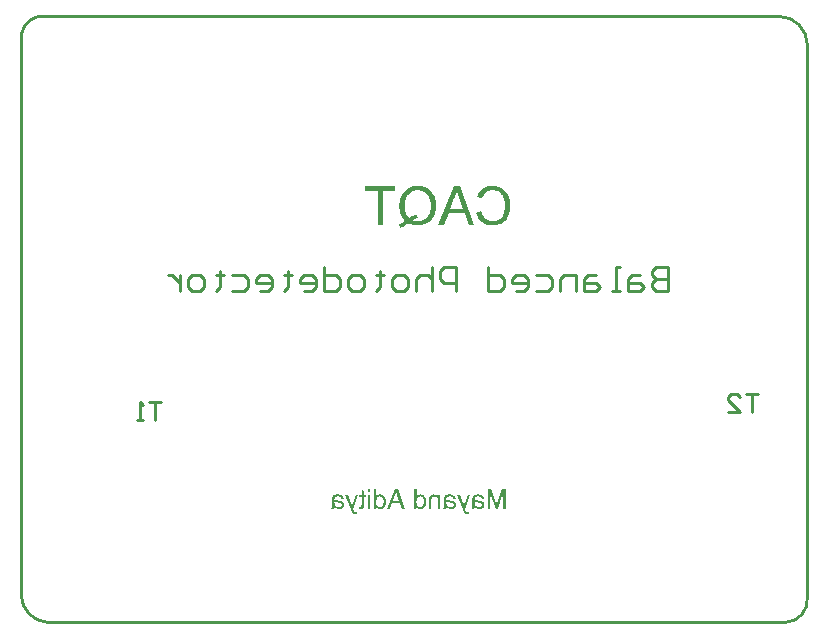
<source format=gbo>
G04*
G04 #@! TF.GenerationSoftware,Altium Limited,Altium Designer,21.2.2 (38)*
G04*
G04 Layer_Color=32896*
%FSLAX25Y25*%
%MOIN*%
G70*
G04*
G04 #@! TF.SameCoordinates,E511DB09-7795-4F42-8736-8E558125F004*
G04*
G04*
G04 #@! TF.FilePolarity,Positive*
G04*
G01*
G75*
%ADD13C,0.01000*%
G36*
X195805Y86382D02*
X195018D01*
Y87279D01*
X195805D01*
Y86382D01*
D02*
G37*
G36*
X231879Y85614D02*
X232074Y85595D01*
X232259Y85567D01*
X232407Y85540D01*
X232536Y85512D01*
X232629Y85484D01*
X232666Y85475D01*
X232694Y85466D01*
X232703Y85457D01*
X232712D01*
X232869Y85392D01*
X233008Y85308D01*
X233128Y85234D01*
X233230Y85160D01*
X233304Y85087D01*
X233360Y85031D01*
X233397Y84994D01*
X233406Y84985D01*
X233489Y84864D01*
X233563Y84735D01*
X233618Y84605D01*
X233665Y84485D01*
X233702Y84365D01*
X233730Y84282D01*
X233739Y84245D01*
Y84217D01*
X233748Y84208D01*
Y84198D01*
X232980Y84097D01*
X232925Y84263D01*
X232869Y84411D01*
X232804Y84531D01*
X232749Y84624D01*
X232694Y84698D01*
X232647Y84744D01*
X232610Y84772D01*
X232601Y84781D01*
X232490Y84846D01*
X232361Y84892D01*
X232222Y84929D01*
X232092Y84948D01*
X231963Y84966D01*
X231870Y84975D01*
X231778D01*
X231565Y84966D01*
X231380Y84939D01*
X231232Y84892D01*
X231102Y84846D01*
X231010Y84790D01*
X230936Y84754D01*
X230890Y84716D01*
X230880Y84707D01*
X230806Y84624D01*
X230751Y84522D01*
X230705Y84411D01*
X230677Y84300D01*
X230659Y84198D01*
X230649Y84106D01*
Y84051D01*
Y84041D01*
Y84032D01*
Y84013D01*
Y83977D01*
Y83912D01*
X230659Y83856D01*
Y83838D01*
Y83829D01*
X230751Y83801D01*
X230853Y83773D01*
X231066Y83718D01*
X231306Y83671D01*
X231528Y83625D01*
X231639Y83606D01*
X231741Y83597D01*
X231833Y83579D01*
X231907Y83570D01*
X231972Y83560D01*
X232018D01*
X232055Y83551D01*
X232065D01*
X232231Y83533D01*
X232370Y83505D01*
X232490Y83486D01*
X232582Y83468D01*
X232657Y83459D01*
X232712Y83440D01*
X232749Y83431D01*
X232758D01*
X232878Y83394D01*
X232980Y83357D01*
X233082Y83311D01*
X233165Y83274D01*
X233239Y83236D01*
X233285Y83200D01*
X233323Y83181D01*
X233332Y83172D01*
X233424Y83107D01*
X233498Y83033D01*
X233572Y82959D01*
X233628Y82885D01*
X233674Y82820D01*
X233711Y82765D01*
X233730Y82728D01*
X233739Y82718D01*
X233785Y82617D01*
X233822Y82506D01*
X233850Y82404D01*
X233868Y82302D01*
X233877Y82219D01*
X233887Y82154D01*
Y82117D01*
Y82099D01*
X233877Y81988D01*
X233868Y81895D01*
X233822Y81701D01*
X233757Y81544D01*
X233683Y81405D01*
X233609Y81294D01*
X233544Y81211D01*
X233498Y81164D01*
X233480Y81146D01*
X233313Y81026D01*
X233128Y80933D01*
X232925Y80869D01*
X232740Y80822D01*
X232573Y80795D01*
X232499Y80785D01*
X232435D01*
X232379Y80776D01*
X232305D01*
X232138Y80785D01*
X231972Y80804D01*
X231824Y80822D01*
X231695Y80850D01*
X231593Y80878D01*
X231509Y80905D01*
X231454Y80915D01*
X231435Y80924D01*
X231278Y80989D01*
X231130Y81072D01*
X230992Y81164D01*
X230853Y81248D01*
X230742Y81331D01*
X230659Y81396D01*
X230603Y81442D01*
X230594Y81460D01*
X230585D01*
X230566Y81340D01*
X230547Y81229D01*
X230529Y81128D01*
X230501Y81044D01*
X230473Y80970D01*
X230455Y80924D01*
X230446Y80887D01*
X230436Y80878D01*
X229613D01*
X229660Y80980D01*
X229706Y81081D01*
X229743Y81174D01*
X229761Y81257D01*
X229789Y81331D01*
X229798Y81387D01*
X229807Y81423D01*
Y81433D01*
X229817Y81498D01*
X229826Y81581D01*
Y81673D01*
X229835Y81775D01*
X229844Y82006D01*
Y82237D01*
X229854Y82459D01*
Y82561D01*
Y82644D01*
Y82718D01*
Y82774D01*
Y82811D01*
Y82820D01*
Y83875D01*
Y84051D01*
X229863Y84208D01*
X229872Y84328D01*
Y84430D01*
X229882Y84504D01*
X229891Y84559D01*
X229900Y84587D01*
Y84596D01*
X229928Y84716D01*
X229965Y84818D01*
X230002Y84901D01*
X230048Y84985D01*
X230085Y85040D01*
X230113Y85087D01*
X230131Y85114D01*
X230140Y85123D01*
X230215Y85198D01*
X230298Y85272D01*
X230390Y85327D01*
X230483Y85382D01*
X230566Y85419D01*
X230631Y85447D01*
X230677Y85466D01*
X230696Y85475D01*
X230843Y85521D01*
X231001Y85558D01*
X231158Y85586D01*
X231315Y85605D01*
X231454Y85614D01*
X231556Y85623D01*
X231658D01*
X231879Y85614D01*
D02*
G37*
G36*
X222426D02*
X222620Y85595D01*
X222805Y85567D01*
X222953Y85540D01*
X223083Y85512D01*
X223175Y85484D01*
X223212Y85475D01*
X223240Y85466D01*
X223249Y85457D01*
X223258D01*
X223416Y85392D01*
X223554Y85308D01*
X223675Y85234D01*
X223777Y85160D01*
X223850Y85087D01*
X223906Y85031D01*
X223943Y84994D01*
X223952Y84985D01*
X224036Y84864D01*
X224110Y84735D01*
X224165Y84605D01*
X224211Y84485D01*
X224248Y84365D01*
X224276Y84282D01*
X224285Y84245D01*
Y84217D01*
X224294Y84208D01*
Y84198D01*
X223527Y84097D01*
X223471Y84263D01*
X223416Y84411D01*
X223351Y84531D01*
X223295Y84624D01*
X223240Y84698D01*
X223194Y84744D01*
X223157Y84772D01*
X223148Y84781D01*
X223037Y84846D01*
X222907Y84892D01*
X222768Y84929D01*
X222639Y84948D01*
X222509Y84966D01*
X222417Y84975D01*
X222324D01*
X222112Y84966D01*
X221926Y84939D01*
X221778Y84892D01*
X221649Y84846D01*
X221556Y84790D01*
X221482Y84754D01*
X221436Y84716D01*
X221427Y84707D01*
X221353Y84624D01*
X221298Y84522D01*
X221251Y84411D01*
X221223Y84300D01*
X221205Y84198D01*
X221196Y84106D01*
Y84051D01*
Y84041D01*
Y84032D01*
Y84013D01*
Y83977D01*
Y83912D01*
X221205Y83856D01*
Y83838D01*
Y83829D01*
X221298Y83801D01*
X221399Y83773D01*
X221612Y83718D01*
X221852Y83671D01*
X222075Y83625D01*
X222185Y83606D01*
X222287Y83597D01*
X222380Y83579D01*
X222454Y83570D01*
X222518Y83560D01*
X222565D01*
X222602Y83551D01*
X222611D01*
X222778Y83533D01*
X222916Y83505D01*
X223037Y83486D01*
X223129Y83468D01*
X223203Y83459D01*
X223258Y83440D01*
X223295Y83431D01*
X223305D01*
X223425Y83394D01*
X223527Y83357D01*
X223628Y83311D01*
X223712Y83274D01*
X223786Y83236D01*
X223832Y83200D01*
X223869Y83181D01*
X223878Y83172D01*
X223971Y83107D01*
X224045Y83033D01*
X224119Y82959D01*
X224174Y82885D01*
X224220Y82820D01*
X224257Y82765D01*
X224276Y82728D01*
X224285Y82718D01*
X224331Y82617D01*
X224369Y82506D01*
X224396Y82404D01*
X224415Y82302D01*
X224424Y82219D01*
X224433Y82154D01*
Y82117D01*
Y82099D01*
X224424Y81988D01*
X224415Y81895D01*
X224369Y81701D01*
X224304Y81544D01*
X224230Y81405D01*
X224156Y81294D01*
X224091Y81211D01*
X224045Y81164D01*
X224026Y81146D01*
X223860Y81026D01*
X223675Y80933D01*
X223471Y80869D01*
X223286Y80822D01*
X223120Y80795D01*
X223046Y80785D01*
X222981D01*
X222925Y80776D01*
X222851D01*
X222685Y80785D01*
X222518Y80804D01*
X222371Y80822D01*
X222241Y80850D01*
X222139Y80878D01*
X222056Y80905D01*
X222001Y80915D01*
X221982Y80924D01*
X221825Y80989D01*
X221677Y81072D01*
X221538Y81164D01*
X221399Y81248D01*
X221288Y81331D01*
X221205Y81396D01*
X221149Y81442D01*
X221140Y81460D01*
X221131D01*
X221112Y81340D01*
X221094Y81229D01*
X221076Y81128D01*
X221048Y81044D01*
X221020Y80970D01*
X221002Y80924D01*
X220992Y80887D01*
X220983Y80878D01*
X220160D01*
X220206Y80980D01*
X220252Y81081D01*
X220289Y81174D01*
X220308Y81257D01*
X220336Y81331D01*
X220345Y81387D01*
X220354Y81423D01*
Y81433D01*
X220363Y81498D01*
X220373Y81581D01*
Y81673D01*
X220382Y81775D01*
X220391Y82006D01*
Y82237D01*
X220400Y82459D01*
Y82561D01*
Y82644D01*
Y82718D01*
Y82774D01*
Y82811D01*
Y82820D01*
Y83875D01*
Y84051D01*
X220409Y84208D01*
X220419Y84328D01*
Y84430D01*
X220428Y84504D01*
X220437Y84559D01*
X220446Y84587D01*
Y84596D01*
X220474Y84716D01*
X220511Y84818D01*
X220548Y84901D01*
X220595Y84985D01*
X220632Y85040D01*
X220659Y85087D01*
X220678Y85114D01*
X220687Y85123D01*
X220761Y85198D01*
X220844Y85272D01*
X220937Y85327D01*
X221029Y85382D01*
X221112Y85419D01*
X221177Y85447D01*
X221223Y85466D01*
X221242Y85475D01*
X221390Y85521D01*
X221547Y85558D01*
X221705Y85586D01*
X221862Y85605D01*
X222001Y85614D01*
X222102Y85623D01*
X222204D01*
X222426Y85614D01*
D02*
G37*
G36*
X185111Y85614D02*
X185306Y85595D01*
X185491Y85567D01*
X185639Y85540D01*
X185768Y85512D01*
X185861Y85484D01*
X185898Y85475D01*
X185925Y85466D01*
X185935Y85457D01*
X185944D01*
X186101Y85392D01*
X186240Y85308D01*
X186360Y85234D01*
X186462Y85160D01*
X186536Y85087D01*
X186591Y85031D01*
X186628Y84994D01*
X186638Y84985D01*
X186721Y84864D01*
X186795Y84735D01*
X186851Y84605D01*
X186897Y84485D01*
X186934Y84365D01*
X186961Y84282D01*
X186971Y84245D01*
Y84217D01*
X186980Y84208D01*
Y84198D01*
X186212Y84097D01*
X186157Y84263D01*
X186101Y84411D01*
X186037Y84531D01*
X185981Y84624D01*
X185925Y84698D01*
X185879Y84744D01*
X185842Y84772D01*
X185833Y84781D01*
X185722Y84846D01*
X185592Y84892D01*
X185454Y84929D01*
X185324Y84948D01*
X185195Y84966D01*
X185102Y84975D01*
X185010D01*
X184797Y84966D01*
X184612Y84939D01*
X184464Y84892D01*
X184335Y84846D01*
X184242Y84790D01*
X184168Y84754D01*
X184122Y84716D01*
X184113Y84707D01*
X184038Y84624D01*
X183983Y84522D01*
X183937Y84411D01*
X183909Y84300D01*
X183890Y84198D01*
X183881Y84106D01*
Y84051D01*
Y84041D01*
Y84032D01*
Y84013D01*
Y83977D01*
Y83912D01*
X183890Y83856D01*
Y83838D01*
Y83829D01*
X183983Y83801D01*
X184085Y83773D01*
X184298Y83718D01*
X184538Y83671D01*
X184760Y83625D01*
X184871Y83606D01*
X184973Y83597D01*
X185065Y83579D01*
X185139Y83570D01*
X185204Y83560D01*
X185250D01*
X185287Y83551D01*
X185296D01*
X185463Y83533D01*
X185602Y83505D01*
X185722Y83486D01*
X185814Y83468D01*
X185889Y83459D01*
X185944Y83440D01*
X185981Y83431D01*
X185990D01*
X186110Y83394D01*
X186212Y83357D01*
X186314Y83311D01*
X186397Y83274D01*
X186471Y83236D01*
X186518Y83200D01*
X186555Y83181D01*
X186564Y83172D01*
X186656Y83107D01*
X186730Y83033D01*
X186804Y82959D01*
X186860Y82885D01*
X186906Y82820D01*
X186943Y82765D01*
X186961Y82728D01*
X186971Y82718D01*
X187017Y82617D01*
X187054Y82506D01*
X187082Y82404D01*
X187100Y82302D01*
X187109Y82219D01*
X187119Y82154D01*
Y82117D01*
Y82099D01*
X187109Y81988D01*
X187100Y81895D01*
X187054Y81701D01*
X186989Y81544D01*
X186915Y81405D01*
X186841Y81294D01*
X186776Y81211D01*
X186730Y81164D01*
X186712Y81146D01*
X186545Y81026D01*
X186360Y80933D01*
X186157Y80869D01*
X185972Y80822D01*
X185805Y80795D01*
X185731Y80785D01*
X185667D01*
X185611Y80776D01*
X185537D01*
X185371Y80785D01*
X185204Y80804D01*
X185056Y80822D01*
X184926Y80850D01*
X184825Y80878D01*
X184741Y80905D01*
X184686Y80915D01*
X184668Y80924D01*
X184510Y80989D01*
X184362Y81072D01*
X184223Y81164D01*
X184085Y81248D01*
X183974Y81331D01*
X183890Y81396D01*
X183835Y81442D01*
X183826Y81460D01*
X183817D01*
X183798Y81340D01*
X183780Y81229D01*
X183761Y81128D01*
X183733Y81044D01*
X183705Y80970D01*
X183687Y80924D01*
X183678Y80887D01*
X183668Y80878D01*
X182845D01*
X182891Y80980D01*
X182938Y81081D01*
X182975Y81174D01*
X182993Y81257D01*
X183021Y81331D01*
X183030Y81387D01*
X183039Y81423D01*
Y81433D01*
X183049Y81498D01*
X183058Y81581D01*
Y81673D01*
X183067Y81775D01*
X183077Y82006D01*
Y82237D01*
X183086Y82459D01*
Y82561D01*
Y82644D01*
Y82718D01*
Y82774D01*
Y82811D01*
Y82820D01*
Y83875D01*
Y84051D01*
X183095Y84208D01*
X183104Y84328D01*
Y84430D01*
X183114Y84504D01*
X183123Y84559D01*
X183132Y84587D01*
Y84596D01*
X183160Y84716D01*
X183197Y84818D01*
X183234Y84901D01*
X183280Y84985D01*
X183317Y85040D01*
X183345Y85087D01*
X183363Y85114D01*
X183372Y85123D01*
X183447Y85198D01*
X183530Y85272D01*
X183622Y85327D01*
X183715Y85382D01*
X183798Y85419D01*
X183863Y85447D01*
X183909Y85466D01*
X183928Y85475D01*
X184075Y85521D01*
X184233Y85558D01*
X184390Y85586D01*
X184547Y85605D01*
X184686Y85614D01*
X184788Y85623D01*
X184889D01*
X185111Y85614D01*
D02*
G37*
G36*
X241000Y80878D02*
X240186D01*
Y86326D01*
X238336Y80878D01*
X237578D01*
X235709Y86234D01*
Y80878D01*
X234895D01*
Y87279D01*
X236033D01*
X237568Y82820D01*
X237651Y82580D01*
X237716Y82376D01*
X237781Y82200D01*
X237827Y82052D01*
X237864Y81941D01*
X237892Y81858D01*
X237901Y81812D01*
X237911Y81793D01*
X237948Y81923D01*
X237994Y82071D01*
X238049Y82228D01*
X238095Y82385D01*
X238142Y82524D01*
X238179Y82635D01*
X238197Y82682D01*
X238207Y82709D01*
X238216Y82728D01*
Y82737D01*
X239733Y87279D01*
X241000D01*
Y80878D01*
D02*
G37*
G36*
X227338D02*
X227375Y80795D01*
X227393Y80730D01*
X227412Y80693D01*
Y80683D01*
X227467Y80526D01*
X227523Y80397D01*
X227560Y80286D01*
X227597Y80212D01*
X227615Y80156D01*
X227634Y80119D01*
X227652Y80101D01*
Y80092D01*
X227726Y79990D01*
X227810Y79916D01*
X227847Y79888D01*
X227874Y79870D01*
X227893Y79851D01*
X227902D01*
X227967Y79823D01*
X228031Y79795D01*
X228170Y79768D01*
X228226D01*
X228272Y79759D01*
X228318D01*
X228466Y79768D01*
X228614Y79795D01*
X228670Y79814D01*
X228716Y79823D01*
X228753Y79833D01*
X228762D01*
X228679Y79102D01*
X228577Y79065D01*
X228485Y79046D01*
X228401Y79028D01*
X228327Y79009D01*
X228263D01*
X228217Y79000D01*
X228180D01*
X228041Y79009D01*
X227921Y79028D01*
X227810Y79056D01*
X227717Y79093D01*
X227634Y79129D01*
X227578Y79157D01*
X227541Y79176D01*
X227532Y79185D01*
X227430Y79259D01*
X227347Y79352D01*
X227264Y79444D01*
X227190Y79536D01*
X227134Y79620D01*
X227088Y79685D01*
X227060Y79731D01*
X227051Y79749D01*
X227023Y79814D01*
X226986Y79879D01*
X226912Y80036D01*
X226838Y80212D01*
X226774Y80388D01*
X226709Y80545D01*
X226681Y80619D01*
X226653Y80683D01*
X226635Y80730D01*
X226616Y80767D01*
X226607Y80795D01*
Y80804D01*
X224840Y85521D01*
X225626D01*
X226625Y82811D01*
X226699Y82617D01*
X226755Y82432D01*
X226820Y82247D01*
X226866Y82090D01*
X226903Y81951D01*
X226922Y81895D01*
X226931Y81849D01*
X226940Y81812D01*
X226949Y81784D01*
X226958Y81766D01*
Y81757D01*
X227014Y81969D01*
X227069Y82164D01*
X227125Y82349D01*
X227181Y82506D01*
X227227Y82635D01*
X227245Y82691D01*
X227264Y82737D01*
X227273Y82783D01*
X227282Y82811D01*
X227291Y82820D01*
Y82829D01*
X228263Y85521D01*
X229095D01*
X227338Y80878D01*
D02*
G37*
G36*
X190023Y80878D02*
X190060Y80795D01*
X190079Y80730D01*
X190097Y80693D01*
Y80683D01*
X190153Y80526D01*
X190208Y80397D01*
X190245Y80286D01*
X190282Y80212D01*
X190301Y80156D01*
X190319Y80119D01*
X190338Y80101D01*
Y80092D01*
X190412Y79990D01*
X190495Y79916D01*
X190532Y79888D01*
X190560Y79870D01*
X190578Y79851D01*
X190587D01*
X190652Y79823D01*
X190717Y79795D01*
X190856Y79768D01*
X190911D01*
X190957Y79759D01*
X191004D01*
X191152Y79768D01*
X191300Y79795D01*
X191355Y79814D01*
X191402Y79823D01*
X191438Y79833D01*
X191448D01*
X191365Y79102D01*
X191263Y79065D01*
X191170Y79046D01*
X191087Y79028D01*
X191013Y79009D01*
X190948D01*
X190902Y79000D01*
X190865D01*
X190726Y79009D01*
X190606Y79028D01*
X190495Y79056D01*
X190402Y79093D01*
X190319Y79129D01*
X190264Y79157D01*
X190227Y79176D01*
X190217Y79185D01*
X190116Y79259D01*
X190032Y79352D01*
X189949Y79444D01*
X189875Y79536D01*
X189820Y79620D01*
X189773Y79685D01*
X189746Y79731D01*
X189736Y79749D01*
X189709Y79814D01*
X189672Y79879D01*
X189598Y80036D01*
X189524Y80212D01*
X189459Y80388D01*
X189394Y80545D01*
X189366Y80619D01*
X189339Y80683D01*
X189320Y80730D01*
X189302Y80767D01*
X189293Y80795D01*
Y80804D01*
X187526Y85521D01*
X188312D01*
X189311Y82811D01*
X189385Y82617D01*
X189441Y82432D01*
X189505Y82247D01*
X189551Y82090D01*
X189588Y81951D01*
X189607Y81895D01*
X189616Y81849D01*
X189626Y81812D01*
X189635Y81784D01*
X189644Y81766D01*
Y81757D01*
X189699Y81969D01*
X189755Y82164D01*
X189811Y82349D01*
X189866Y82506D01*
X189912Y82635D01*
X189931Y82691D01*
X189949Y82737D01*
X189959Y82783D01*
X189968Y82811D01*
X189977Y82820D01*
Y82829D01*
X190948Y85521D01*
X191781D01*
X190023Y80878D01*
D02*
G37*
G36*
X193686Y86668D02*
Y85521D01*
X194269D01*
Y84911D01*
X193686D01*
Y82228D01*
Y82099D01*
Y81988D01*
X193677Y81886D01*
X193668Y81784D01*
Y81701D01*
X193658Y81627D01*
X193640Y81507D01*
X193622Y81414D01*
X193612Y81349D01*
X193594Y81313D01*
Y81303D01*
X193557Y81220D01*
X193501Y81155D01*
X193446Y81090D01*
X193400Y81044D01*
X193344Y80998D01*
X193307Y80970D01*
X193279Y80952D01*
X193270Y80942D01*
X193168Y80896D01*
X193067Y80869D01*
X192956Y80841D01*
X192844Y80831D01*
X192752Y80822D01*
X192678Y80813D01*
X192604D01*
X192401Y80822D01*
X192299Y80831D01*
X192206Y80850D01*
X192123Y80859D01*
X192058Y80869D01*
X192021Y80878D01*
X192003D01*
X192104Y81572D01*
X192178Y81562D01*
X192253Y81553D01*
X192317D01*
X192364Y81544D01*
X192456D01*
X192576Y81553D01*
X192659Y81572D01*
X192706Y81590D01*
X192724Y81599D01*
X192789Y81646D01*
X192826Y81692D01*
X192854Y81729D01*
X192863Y81747D01*
X192872Y81793D01*
X192882Y81858D01*
X192891Y82006D01*
X192900Y82071D01*
Y82126D01*
Y82164D01*
Y82182D01*
Y84911D01*
X192104D01*
Y85521D01*
X192900D01*
Y87140D01*
X193686Y86668D01*
D02*
G37*
G36*
X217191Y85614D02*
X217357Y85586D01*
X217505Y85549D01*
X217653Y85503D01*
X217782Y85447D01*
X217903Y85382D01*
X218014Y85308D01*
X218106Y85244D01*
X218199Y85170D01*
X218273Y85096D01*
X218337Y85031D01*
X218393Y84975D01*
X218430Y84929D01*
X218458Y84892D01*
X218476Y84864D01*
X218485Y84855D01*
Y85521D01*
X219188D01*
Y80878D01*
X218402D01*
Y83403D01*
Y83560D01*
X218384Y83718D01*
X218365Y83847D01*
X218347Y83967D01*
X218319Y84078D01*
X218291Y84180D01*
X218254Y84272D01*
X218217Y84346D01*
X218190Y84411D01*
X218152Y84467D01*
X218125Y84513D01*
X218097Y84550D01*
X218060Y84596D01*
X218041Y84615D01*
X217903Y84726D01*
X217755Y84800D01*
X217607Y84855D01*
X217477Y84901D01*
X217357Y84920D01*
X217265Y84929D01*
X217228Y84939D01*
X217181D01*
X217070Y84929D01*
X216959Y84920D01*
X216867Y84892D01*
X216793Y84864D01*
X216728Y84837D01*
X216672Y84818D01*
X216645Y84800D01*
X216635Y84790D01*
X216552Y84735D01*
X216478Y84670D01*
X216423Y84605D01*
X216376Y84550D01*
X216349Y84495D01*
X216321Y84448D01*
X216302Y84421D01*
Y84411D01*
X216275Y84310D01*
X216247Y84198D01*
X216229Y84078D01*
X216219Y83958D01*
X216210Y83856D01*
Y83773D01*
Y83708D01*
Y83699D01*
Y83690D01*
Y80878D01*
X215424D01*
Y83727D01*
Y83921D01*
X215433Y84078D01*
X215442Y84208D01*
Y84319D01*
X215452Y84393D01*
X215461Y84448D01*
X215470Y84485D01*
Y84495D01*
X215498Y84615D01*
X215544Y84726D01*
X215581Y84818D01*
X215618Y84911D01*
X215664Y84975D01*
X215692Y85022D01*
X215710Y85059D01*
X215720Y85068D01*
X215794Y85160D01*
X215877Y85234D01*
X215960Y85308D01*
X216053Y85364D01*
X216127Y85410D01*
X216192Y85438D01*
X216229Y85457D01*
X216247Y85466D01*
X216376Y85521D01*
X216515Y85558D01*
X216645Y85586D01*
X216765Y85605D01*
X216867Y85614D01*
X216941Y85623D01*
X217015D01*
X217191Y85614D01*
D02*
G37*
G36*
X207348Y80878D02*
X206451D01*
X205757Y82820D01*
X203075D01*
X202326Y80878D01*
X201364D01*
X203981Y87279D01*
X204907D01*
X207348Y80878D01*
D02*
G37*
G36*
X195805D02*
X195018D01*
Y85521D01*
X195805D01*
Y80878D01*
D02*
G37*
G36*
X211270Y84985D02*
X211354Y85087D01*
X211446Y85170D01*
X211529Y85253D01*
X211622Y85318D01*
X211696Y85364D01*
X211752Y85410D01*
X211789Y85429D01*
X211807Y85438D01*
X211927Y85503D01*
X212057Y85549D01*
X212186Y85577D01*
X212306Y85605D01*
X212408Y85614D01*
X212482Y85623D01*
X212556D01*
X212760Y85614D01*
X212954Y85577D01*
X213130Y85531D01*
X213278Y85475D01*
X213407Y85410D01*
X213500Y85364D01*
X213537Y85346D01*
X213564Y85327D01*
X213574Y85318D01*
X213583D01*
X213750Y85198D01*
X213888Y85049D01*
X214008Y84911D01*
X214101Y84772D01*
X214175Y84642D01*
X214230Y84541D01*
X214249Y84504D01*
X214267Y84476D01*
X214277Y84457D01*
Y84448D01*
X214351Y84236D01*
X214406Y84013D01*
X214453Y83801D01*
X214480Y83606D01*
X214499Y83440D01*
Y83366D01*
X214508Y83311D01*
Y83255D01*
Y83218D01*
Y83200D01*
Y83190D01*
X214499Y82931D01*
X214471Y82691D01*
X214425Y82478D01*
X214378Y82293D01*
X214360Y82210D01*
X214341Y82145D01*
X214314Y82080D01*
X214295Y82025D01*
X214277Y81988D01*
X214267Y81960D01*
X214258Y81941D01*
Y81932D01*
X214157Y81738D01*
X214036Y81572D01*
X213916Y81423D01*
X213796Y81303D01*
X213694Y81211D01*
X213611Y81137D01*
X213555Y81100D01*
X213546Y81081D01*
X213537D01*
X213361Y80980D01*
X213185Y80905D01*
X213010Y80850D01*
X212852Y80813D01*
X212723Y80795D01*
X212612Y80785D01*
X212575Y80776D01*
X212519D01*
X212362Y80785D01*
X212214Y80804D01*
X212075Y80841D01*
X211955Y80887D01*
X211835Y80933D01*
X211724Y80989D01*
X211631Y81054D01*
X211548Y81118D01*
X211465Y81183D01*
X211400Y81248D01*
X211345Y81303D01*
X211298Y81349D01*
X211261Y81396D01*
X211233Y81433D01*
X211224Y81451D01*
X211215Y81460D01*
Y80878D01*
X210484D01*
Y87279D01*
X211270D01*
Y84985D01*
D02*
G37*
G36*
X197839D02*
X197923Y85087D01*
X198015Y85170D01*
X198099Y85253D01*
X198191Y85318D01*
X198265Y85364D01*
X198320Y85410D01*
X198357Y85429D01*
X198376Y85438D01*
X198496Y85503D01*
X198626Y85549D01*
X198755Y85577D01*
X198875Y85605D01*
X198977Y85614D01*
X199051Y85623D01*
X199125D01*
X199329Y85614D01*
X199523Y85577D01*
X199699Y85531D01*
X199847Y85475D01*
X199976Y85410D01*
X200069Y85364D01*
X200106Y85346D01*
X200133Y85327D01*
X200143Y85318D01*
X200152D01*
X200319Y85198D01*
X200457Y85049D01*
X200577Y84911D01*
X200670Y84772D01*
X200744Y84642D01*
X200799Y84541D01*
X200818Y84504D01*
X200836Y84476D01*
X200846Y84457D01*
Y84448D01*
X200920Y84236D01*
X200975Y84013D01*
X201022Y83801D01*
X201049Y83606D01*
X201068Y83440D01*
Y83366D01*
X201077Y83311D01*
Y83255D01*
Y83218D01*
Y83200D01*
Y83190D01*
X201068Y82931D01*
X201040Y82691D01*
X200994Y82478D01*
X200947Y82293D01*
X200929Y82210D01*
X200910Y82145D01*
X200883Y82080D01*
X200864Y82025D01*
X200846Y81988D01*
X200836Y81960D01*
X200827Y81941D01*
Y81932D01*
X200726Y81738D01*
X200605Y81572D01*
X200485Y81423D01*
X200365Y81303D01*
X200263Y81211D01*
X200180Y81137D01*
X200124Y81100D01*
X200115Y81081D01*
X200106D01*
X199930Y80980D01*
X199754Y80905D01*
X199578Y80850D01*
X199421Y80813D01*
X199292Y80795D01*
X199181Y80785D01*
X199144Y80776D01*
X199088D01*
X198931Y80785D01*
X198783Y80804D01*
X198644Y80841D01*
X198524Y80887D01*
X198404Y80933D01*
X198293Y80989D01*
X198200Y81054D01*
X198117Y81118D01*
X198034Y81183D01*
X197969Y81248D01*
X197914Y81303D01*
X197867Y81349D01*
X197830Y81396D01*
X197802Y81433D01*
X197793Y81451D01*
X197784Y81460D01*
Y80878D01*
X197053D01*
Y87279D01*
X197839D01*
Y84985D01*
D02*
G37*
G36*
X237077Y188494D02*
X237669Y188401D01*
X238187Y188290D01*
X238428Y188216D01*
X238650Y188142D01*
X238854Y188068D01*
X239039Y187994D01*
X239187Y187938D01*
X239335Y187883D01*
X239427Y187827D01*
X239501Y187790D01*
X239557Y187772D01*
X239575Y187753D01*
X240075Y187438D01*
X240501Y187068D01*
X240871Y186698D01*
X241186Y186328D01*
X241426Y185995D01*
X241519Y185847D01*
X241593Y185717D01*
X241667Y185625D01*
X241704Y185550D01*
X241723Y185495D01*
X241741Y185476D01*
X242000Y184903D01*
X242185Y184310D01*
X242315Y183718D01*
X242407Y183181D01*
X242444Y182941D01*
X242463Y182700D01*
X242481Y182515D01*
Y182330D01*
X242500Y182200D01*
Y182089D01*
Y182015D01*
Y181997D01*
X242463Y181330D01*
X242389Y180682D01*
X242296Y180108D01*
X242222Y179831D01*
X242167Y179590D01*
X242111Y179368D01*
X242037Y179165D01*
X241982Y178979D01*
X241945Y178831D01*
X241889Y178720D01*
X241871Y178628D01*
X241834Y178572D01*
Y178554D01*
X241556Y177998D01*
X241241Y177499D01*
X240908Y177073D01*
X240742Y176906D01*
X240594Y176740D01*
X240445Y176592D01*
X240297Y176462D01*
X240168Y176351D01*
X240057Y176277D01*
X239983Y176203D01*
X239909Y176147D01*
X239872Y176129D01*
X239853Y176110D01*
X239594Y175962D01*
X239335Y175833D01*
X238779Y175629D01*
X238224Y175481D01*
X237687Y175389D01*
X237428Y175352D01*
X237206Y175314D01*
X237002Y175296D01*
X236836D01*
X236688Y175277D01*
X236484D01*
X236114Y175296D01*
X235762Y175333D01*
X235429Y175370D01*
X235115Y175444D01*
X234818Y175537D01*
X234541Y175629D01*
X234282Y175722D01*
X234041Y175833D01*
X233837Y175925D01*
X233634Y176018D01*
X233486Y176110D01*
X233338Y176203D01*
X233245Y176277D01*
X233152Y176314D01*
X233115Y176351D01*
X233097Y176370D01*
X232838Y176592D01*
X232616Y176814D01*
X232412Y177073D01*
X232208Y177332D01*
X231875Y177850D01*
X231616Y178369D01*
X231505Y178609D01*
X231413Y178831D01*
X231339Y179035D01*
X231283Y179201D01*
X231227Y179350D01*
X231190Y179461D01*
X231172Y179535D01*
Y179553D01*
X232875Y179979D01*
X232949Y179683D01*
X233041Y179405D01*
X233134Y179146D01*
X233226Y178905D01*
X233338Y178683D01*
X233449Y178498D01*
X233578Y178313D01*
X233689Y178147D01*
X233782Y177998D01*
X233893Y177887D01*
X233985Y177776D01*
X234059Y177684D01*
X234134Y177628D01*
X234189Y177573D01*
X234208Y177554D01*
X234226Y177536D01*
X234411Y177388D01*
X234615Y177277D01*
X235022Y177073D01*
X235411Y176925D01*
X235799Y176832D01*
X236133Y176758D01*
X236262Y176740D01*
X236392D01*
X236503Y176721D01*
X236632D01*
X237058Y176740D01*
X237465Y176814D01*
X237836Y176906D01*
X238169Y177017D01*
X238428Y177128D01*
X238539Y177184D01*
X238631Y177221D01*
X238705Y177258D01*
X238761Y177295D01*
X238798Y177313D01*
X238816D01*
X239168Y177573D01*
X239464Y177850D01*
X239723Y178165D01*
X239927Y178461D01*
X240094Y178720D01*
X240205Y178942D01*
X240242Y179035D01*
X240279Y179090D01*
X240297Y179128D01*
Y179146D01*
X240445Y179627D01*
X240556Y180108D01*
X240649Y180590D01*
X240704Y181034D01*
X240723Y181238D01*
X240742Y181423D01*
Y181589D01*
X240760Y181719D01*
Y181830D01*
Y181922D01*
Y181978D01*
Y181997D01*
X240742Y182478D01*
X240704Y182922D01*
X240631Y183329D01*
X240556Y183700D01*
X240501Y184014D01*
X240464Y184144D01*
X240427Y184255D01*
X240408Y184347D01*
X240390Y184403D01*
X240371Y184440D01*
Y184458D01*
X240186Y184884D01*
X239983Y185273D01*
X239760Y185588D01*
X239520Y185865D01*
X239316Y186087D01*
X239150Y186235D01*
X239020Y186328D01*
X239002Y186365D01*
X238983D01*
X238594Y186606D01*
X238169Y186791D01*
X237761Y186920D01*
X237373Y186994D01*
X237021Y187050D01*
X236873Y187068D01*
X236743D01*
X236651Y187087D01*
X236503D01*
X236040Y187068D01*
X235614Y186994D01*
X235263Y186883D01*
X234948Y186772D01*
X234707Y186643D01*
X234522Y186550D01*
X234411Y186476D01*
X234374Y186439D01*
X234078Y186161D01*
X233800Y185847D01*
X233578Y185513D01*
X233393Y185180D01*
X233245Y184884D01*
X233190Y184736D01*
X233152Y184625D01*
X233115Y184532D01*
X233078Y184458D01*
X233060Y184421D01*
Y184403D01*
X231394Y184792D01*
X231505Y185125D01*
X231616Y185421D01*
X231764Y185699D01*
X231894Y185976D01*
X232042Y186217D01*
X232208Y186439D01*
X232357Y186661D01*
X232505Y186846D01*
X232653Y186994D01*
X232782Y187142D01*
X232912Y187272D01*
X233004Y187364D01*
X233097Y187457D01*
X233171Y187513D01*
X233208Y187531D01*
X233226Y187549D01*
X233486Y187716D01*
X233745Y187883D01*
X234004Y188012D01*
X234282Y188123D01*
X234837Y188290D01*
X235337Y188401D01*
X235577Y188456D01*
X235781Y188475D01*
X235984Y188494D01*
X236151Y188512D01*
X236281Y188531D01*
X236466D01*
X237077Y188494D01*
D02*
G37*
G36*
X230487Y175499D02*
X228692D01*
X227303Y179387D01*
X221935D01*
X220436Y175499D01*
X218511D01*
X223749Y188309D01*
X225600D01*
X230487Y175499D01*
D02*
G37*
G36*
X204184Y186791D02*
X199964D01*
Y175499D01*
X198261D01*
Y186791D01*
X194041D01*
Y188308D01*
X204184D01*
Y186791D01*
D02*
G37*
G36*
X212273Y188494D02*
X212865Y188401D01*
X213402Y188271D01*
X213643Y188197D01*
X213883Y188123D01*
X214087Y188049D01*
X214272Y187975D01*
X214420Y187901D01*
X214550Y187846D01*
X214661Y187790D01*
X214735Y187753D01*
X214791Y187735D01*
X214809Y187716D01*
X215309Y187383D01*
X215735Y186994D01*
X216123Y186606D01*
X216419Y186235D01*
X216679Y185884D01*
X216771Y185736D01*
X216845Y185606D01*
X216919Y185495D01*
X216956Y185421D01*
X216975Y185365D01*
X216993Y185347D01*
X217252Y184755D01*
X217438Y184144D01*
X217567Y183570D01*
X217660Y183033D01*
X217697Y182792D01*
X217715Y182570D01*
X217734Y182367D01*
Y182200D01*
X217752Y182071D01*
Y181978D01*
Y181904D01*
Y181886D01*
X217715Y181201D01*
X217641Y180553D01*
X217567Y180238D01*
X217512Y179960D01*
X217438Y179701D01*
X217363Y179461D01*
X217308Y179239D01*
X217234Y179035D01*
X217160Y178868D01*
X217104Y178720D01*
X217067Y178609D01*
X217030Y178535D01*
X216993Y178480D01*
Y178461D01*
X216679Y177924D01*
X216327Y177462D01*
X215975Y177054D01*
X215623Y176721D01*
X215309Y176462D01*
X215179Y176351D01*
X215050Y176258D01*
X214957Y176203D01*
X214883Y176147D01*
X214846Y176129D01*
X214828Y176110D01*
X214550Y175962D01*
X214291Y175833D01*
X213736Y175629D01*
X213199Y175481D01*
X212717Y175389D01*
X212495Y175351D01*
X212292Y175314D01*
X212107Y175296D01*
X211959D01*
X211829Y175277D01*
X211662D01*
X211348Y175296D01*
X211033Y175314D01*
X210441Y175407D01*
X209904Y175537D01*
X209663Y175611D01*
X209441Y175685D01*
X209238Y175759D01*
X209052Y175814D01*
X208904Y175888D01*
X208756Y175944D01*
X208664Y175999D01*
X208571Y176036D01*
X208534Y176073D01*
X208516D01*
X207997Y175703D01*
X207498Y175370D01*
X207035Y175111D01*
X206628Y174889D01*
X206442Y174796D01*
X206276Y174722D01*
X206128Y174648D01*
X205998Y174592D01*
X205887Y174556D01*
X205813Y174519D01*
X205776Y174500D01*
X205758D01*
X205258Y175666D01*
X205628Y175833D01*
X206017Y175999D01*
X206387Y176203D01*
X206720Y176407D01*
X206998Y176573D01*
X207127Y176647D01*
X207220Y176721D01*
X207312Y176777D01*
X207368Y176814D01*
X207405Y176851D01*
X207423D01*
X207090Y177221D01*
X206794Y177591D01*
X206535Y177961D01*
X206331Y178313D01*
X206183Y178609D01*
X206128Y178739D01*
X206072Y178850D01*
X206035Y178924D01*
X205998Y178998D01*
X205980Y179035D01*
Y179053D01*
X205813Y179535D01*
X205702Y180034D01*
X205610Y180516D01*
X205554Y180960D01*
X205536Y181145D01*
X205517Y181330D01*
Y181497D01*
X205499Y181645D01*
Y181756D01*
Y181830D01*
Y181886D01*
Y181904D01*
X205536Y182589D01*
X205610Y183237D01*
X205665Y183533D01*
X205739Y183810D01*
X205813Y184070D01*
X205869Y184310D01*
X205943Y184532D01*
X206017Y184736D01*
X206072Y184903D01*
X206146Y185051D01*
X206183Y185162D01*
X206220Y185236D01*
X206257Y185291D01*
Y185310D01*
X206554Y185847D01*
X206905Y186328D01*
X207276Y186735D01*
X207609Y187068D01*
X207923Y187327D01*
X208071Y187438D01*
X208183Y187531D01*
X208294Y187587D01*
X208368Y187642D01*
X208405Y187661D01*
X208423Y187679D01*
X208701Y187827D01*
X208978Y187957D01*
X209515Y188179D01*
X210070Y188327D01*
X210552Y188419D01*
X210774Y188456D01*
X210996Y188494D01*
X211163Y188512D01*
X211329D01*
X211459Y188531D01*
X211959D01*
X212273Y188494D01*
D02*
G37*
%LPC*%
G36*
X230659Y83209D02*
X230649D01*
X230659Y82913D01*
X230668Y82728D01*
X230677Y82570D01*
X230696Y82441D01*
X230723Y82330D01*
X230751Y82247D01*
X230769Y82182D01*
X230779Y82145D01*
X230788Y82136D01*
X230862Y82016D01*
X230936Y81905D01*
X231029Y81812D01*
X231112Y81738D01*
X231186Y81673D01*
X231251Y81627D01*
X231288Y81599D01*
X231306Y81590D01*
X231445Y81525D01*
X231583Y81479D01*
X231713Y81442D01*
X231842Y81423D01*
X231944Y81405D01*
X232037Y81396D01*
X232111D01*
X232277Y81405D01*
X232416Y81423D01*
X232536Y81460D01*
X232638Y81498D01*
X232712Y81534D01*
X232768Y81572D01*
X232804Y81590D01*
X232814Y81599D01*
X232888Y81682D01*
X232943Y81775D01*
X232990Y81858D01*
X233017Y81941D01*
X233036Y82016D01*
X233045Y82071D01*
Y82117D01*
Y82126D01*
X233036Y82200D01*
X233027Y82275D01*
X233008Y82330D01*
X232990Y82385D01*
X232971Y82432D01*
X232962Y82469D01*
X232943Y82487D01*
Y82497D01*
X232851Y82608D01*
X232740Y82682D01*
X232703Y82709D01*
X232666Y82728D01*
X232638Y82746D01*
X232629D01*
X232536Y82783D01*
X232435Y82811D01*
X232324Y82839D01*
X232212Y82857D01*
X232111Y82876D01*
X232018Y82894D01*
X231963Y82903D01*
X231944D01*
X231787Y82931D01*
X231639Y82950D01*
X231509Y82977D01*
X231380Y83005D01*
X231260Y83033D01*
X231158Y83061D01*
X231056Y83079D01*
X230973Y83107D01*
X230899Y83126D01*
X230834Y83144D01*
X230779Y83162D01*
X230732Y83181D01*
X230696Y83190D01*
X230668Y83200D01*
X230659Y83209D01*
D02*
G37*
G36*
X221205D02*
X221196D01*
X221205Y82913D01*
X221214Y82728D01*
X221223Y82570D01*
X221242Y82441D01*
X221270Y82330D01*
X221298Y82247D01*
X221316Y82182D01*
X221325Y82145D01*
X221335Y82136D01*
X221409Y82016D01*
X221482Y81905D01*
X221575Y81812D01*
X221658Y81738D01*
X221732Y81673D01*
X221797Y81627D01*
X221834Y81599D01*
X221852Y81590D01*
X221991Y81525D01*
X222130Y81479D01*
X222259Y81442D01*
X222389Y81423D01*
X222491Y81405D01*
X222583Y81396D01*
X222657D01*
X222824Y81405D01*
X222962Y81423D01*
X223083Y81460D01*
X223184Y81498D01*
X223258Y81534D01*
X223314Y81572D01*
X223351Y81590D01*
X223360Y81599D01*
X223434Y81682D01*
X223490Y81775D01*
X223536Y81858D01*
X223564Y81941D01*
X223582Y82016D01*
X223591Y82071D01*
Y82117D01*
Y82126D01*
X223582Y82200D01*
X223573Y82275D01*
X223554Y82330D01*
X223536Y82385D01*
X223517Y82432D01*
X223508Y82469D01*
X223490Y82487D01*
Y82497D01*
X223397Y82608D01*
X223286Y82682D01*
X223249Y82709D01*
X223212Y82728D01*
X223184Y82746D01*
X223175D01*
X223083Y82783D01*
X222981Y82811D01*
X222870Y82839D01*
X222759Y82857D01*
X222657Y82876D01*
X222565Y82894D01*
X222509Y82903D01*
X222491D01*
X222334Y82931D01*
X222185Y82950D01*
X222056Y82977D01*
X221926Y83005D01*
X221806Y83033D01*
X221705Y83061D01*
X221603Y83079D01*
X221519Y83107D01*
X221445Y83126D01*
X221381Y83144D01*
X221325Y83162D01*
X221279Y83181D01*
X221242Y83190D01*
X221214Y83200D01*
X221205Y83209D01*
D02*
G37*
G36*
X183890Y83209D02*
X183881D01*
X183890Y82913D01*
X183900Y82728D01*
X183909Y82570D01*
X183928Y82441D01*
X183955Y82330D01*
X183983Y82247D01*
X184002Y82182D01*
X184011Y82145D01*
X184020Y82136D01*
X184094Y82016D01*
X184168Y81905D01*
X184260Y81812D01*
X184344Y81738D01*
X184418Y81673D01*
X184483Y81627D01*
X184520Y81599D01*
X184538Y81590D01*
X184677Y81525D01*
X184816Y81479D01*
X184945Y81442D01*
X185074Y81423D01*
X185176Y81405D01*
X185269Y81396D01*
X185343D01*
X185509Y81405D01*
X185648Y81423D01*
X185768Y81460D01*
X185870Y81498D01*
X185944Y81534D01*
X186000Y81572D01*
X186037Y81590D01*
X186046Y81599D01*
X186120Y81682D01*
X186175Y81775D01*
X186222Y81858D01*
X186249Y81941D01*
X186268Y82016D01*
X186277Y82071D01*
Y82117D01*
Y82126D01*
X186268Y82200D01*
X186258Y82275D01*
X186240Y82330D01*
X186222Y82385D01*
X186203Y82432D01*
X186194Y82469D01*
X186175Y82487D01*
Y82497D01*
X186083Y82608D01*
X185972Y82682D01*
X185935Y82709D01*
X185898Y82728D01*
X185870Y82746D01*
X185861D01*
X185768Y82783D01*
X185667Y82811D01*
X185556Y82839D01*
X185444Y82857D01*
X185343Y82876D01*
X185250Y82894D01*
X185195Y82903D01*
X185176D01*
X185019Y82931D01*
X184871Y82950D01*
X184741Y82977D01*
X184612Y83005D01*
X184492Y83033D01*
X184390Y83061D01*
X184288Y83079D01*
X184205Y83107D01*
X184131Y83126D01*
X184066Y83144D01*
X184011Y83162D01*
X183965Y83181D01*
X183928Y83190D01*
X183900Y83200D01*
X183890Y83209D01*
D02*
G37*
G36*
X204463Y86613D02*
X204398Y86400D01*
X204324Y86178D01*
X204250Y85956D01*
X204176Y85743D01*
X204139Y85651D01*
X204111Y85558D01*
X204083Y85475D01*
X204056Y85410D01*
X204037Y85355D01*
X204018Y85308D01*
X204009Y85281D01*
Y85272D01*
X203343Y83514D01*
X205508D01*
X204814Y85382D01*
X204731Y85614D01*
X204666Y85836D01*
X204601Y86039D01*
X204555Y86224D01*
X204518Y86382D01*
X204500Y86446D01*
X204490Y86511D01*
X204472Y86548D01*
Y86585D01*
X204463Y86603D01*
Y86613D01*
D02*
G37*
G36*
X212519Y84975D02*
X212473D01*
X212371Y84966D01*
X212279Y84957D01*
X212103Y84901D01*
X211946Y84837D01*
X211816Y84754D01*
X211715Y84670D01*
X211631Y84596D01*
X211585Y84541D01*
X211566Y84531D01*
Y84522D01*
X211502Y84430D01*
X211446Y84337D01*
X211354Y84115D01*
X211289Y83884D01*
X211243Y83662D01*
X211224Y83551D01*
X211215Y83449D01*
X211206Y83357D01*
Y83283D01*
X211196Y83218D01*
Y83172D01*
Y83135D01*
Y83126D01*
Y82968D01*
X211215Y82820D01*
X211233Y82691D01*
X211252Y82561D01*
X211280Y82450D01*
X211317Y82339D01*
X211345Y82247D01*
X211382Y82164D01*
X211419Y82090D01*
X211446Y82016D01*
X211483Y81969D01*
X211511Y81923D01*
X211529Y81886D01*
X211548Y81858D01*
X211566Y81849D01*
Y81840D01*
X211631Y81766D01*
X211705Y81701D01*
X211853Y81599D01*
X212001Y81525D01*
X212140Y81479D01*
X212260Y81442D01*
X212362Y81433D01*
X212399Y81423D01*
X212445Y81423D01*
X212538Y81433D01*
X212630Y81442D01*
X212797Y81488D01*
X212954Y81562D01*
X213084Y81646D01*
X213185Y81719D01*
X213268Y81793D01*
X213315Y81840D01*
X213324Y81858D01*
X213333D01*
X213398Y81951D01*
X213454Y82043D01*
X213546Y82256D01*
X213611Y82478D01*
X213657Y82691D01*
X213685Y82885D01*
X213694Y82968D01*
Y83042D01*
X213703Y83107D01*
Y83153D01*
Y83181D01*
Y83190D01*
Y83357D01*
X213685Y83514D01*
X213666Y83662D01*
X213648Y83792D01*
X213620Y83912D01*
X213592Y84023D01*
X213564Y84124D01*
X213527Y84217D01*
X213491Y84291D01*
X213463Y84356D01*
X213435Y84411D01*
X213407Y84457D01*
X213380Y84495D01*
X213370Y84522D01*
X213352Y84531D01*
Y84541D01*
X213287Y84615D01*
X213213Y84689D01*
X213065Y84790D01*
X212917Y84874D01*
X212778Y84920D01*
X212658Y84957D01*
X212556Y84966D01*
X212519Y84975D01*
D02*
G37*
G36*
X199088Y84975D02*
X199042D01*
X198940Y84966D01*
X198848Y84957D01*
X198672Y84901D01*
X198515Y84837D01*
X198385Y84754D01*
X198284Y84670D01*
X198200Y84596D01*
X198154Y84541D01*
X198135Y84531D01*
Y84522D01*
X198071Y84430D01*
X198015Y84337D01*
X197923Y84115D01*
X197858Y83884D01*
X197812Y83662D01*
X197793Y83551D01*
X197784Y83449D01*
X197775Y83357D01*
Y83283D01*
X197766Y83218D01*
Y83172D01*
Y83135D01*
Y83126D01*
Y82968D01*
X197784Y82820D01*
X197802Y82691D01*
X197821Y82561D01*
X197849Y82450D01*
X197886Y82339D01*
X197914Y82247D01*
X197950Y82164D01*
X197987Y82090D01*
X198015Y82016D01*
X198052Y81969D01*
X198080Y81923D01*
X198099Y81886D01*
X198117Y81858D01*
X198135Y81849D01*
Y81840D01*
X198200Y81766D01*
X198274Y81701D01*
X198422Y81599D01*
X198570Y81525D01*
X198709Y81479D01*
X198829Y81442D01*
X198931Y81433D01*
X198968Y81423D01*
X199014D01*
X199107Y81433D01*
X199199Y81442D01*
X199366Y81488D01*
X199523Y81562D01*
X199653Y81646D01*
X199754Y81719D01*
X199838Y81793D01*
X199884Y81840D01*
X199893Y81858D01*
X199902D01*
X199967Y81951D01*
X200023Y82043D01*
X200115Y82256D01*
X200180Y82478D01*
X200226Y82691D01*
X200254Y82885D01*
X200263Y82968D01*
Y83042D01*
X200272Y83107D01*
Y83153D01*
Y83181D01*
Y83190D01*
Y83357D01*
X200254Y83514D01*
X200235Y83662D01*
X200217Y83792D01*
X200189Y83912D01*
X200161Y84023D01*
X200133Y84124D01*
X200097Y84217D01*
X200060Y84291D01*
X200032Y84356D01*
X200004Y84411D01*
X199976Y84457D01*
X199949Y84495D01*
X199939Y84522D01*
X199921Y84531D01*
Y84541D01*
X199856Y84615D01*
X199782Y84689D01*
X199634Y84790D01*
X199486Y84874D01*
X199347Y84920D01*
X199227Y84957D01*
X199125Y84966D01*
X199088Y84975D01*
D02*
G37*
G36*
X224712Y186976D02*
X224582Y186550D01*
X224434Y186106D01*
X224286Y185661D01*
X224138Y185236D01*
X224064Y185051D01*
X224008Y184866D01*
X223953Y184699D01*
X223897Y184569D01*
X223860Y184458D01*
X223823Y184366D01*
X223805Y184310D01*
Y184292D01*
X222472Y180775D01*
X226803D01*
X225415Y184514D01*
X225249Y184977D01*
X225119Y185421D01*
X224990Y185828D01*
X224897Y186198D01*
X224823Y186513D01*
X224786Y186643D01*
X224767Y186772D01*
X224730Y186846D01*
Y186920D01*
X224712Y186957D01*
Y186976D01*
D02*
G37*
G36*
X211810Y187068D02*
X211625D01*
X211163Y187050D01*
X210718Y186976D01*
X210330Y186865D01*
X209996Y186754D01*
X209719Y186624D01*
X209608Y186568D01*
X209515Y186531D01*
X209423Y186476D01*
X209367Y186457D01*
X209349Y186420D01*
X209330D01*
X208978Y186161D01*
X208664Y185865D01*
X208386Y185569D01*
X208164Y185273D01*
X207997Y185014D01*
X207868Y184792D01*
X207831Y184718D01*
X207794Y184662D01*
X207775Y184625D01*
Y184606D01*
X207590Y184162D01*
X207461Y183700D01*
X207368Y183237D01*
X207312Y182811D01*
X207276Y182626D01*
X207257Y182441D01*
Y182293D01*
X207239Y182145D01*
Y182034D01*
Y181959D01*
Y181904D01*
Y181886D01*
X207257Y181386D01*
X207294Y180923D01*
X207368Y180497D01*
X207479Y180090D01*
X207590Y179738D01*
X207720Y179405D01*
X207849Y179090D01*
X207979Y178813D01*
X208127Y178572D01*
X208257Y178369D01*
X208386Y178202D01*
X208497Y178054D01*
X208590Y177943D01*
X208664Y177850D01*
X208719Y177813D01*
X208738Y177795D01*
X209126Y178091D01*
X209515Y178332D01*
X209922Y178535D01*
X210311Y178720D01*
X210644Y178850D01*
X210792Y178905D01*
X210922Y178942D01*
X211015Y178979D01*
X211088Y178998D01*
X211144Y179016D01*
X211163D01*
X211588Y177795D01*
X211255Y177702D01*
X210941Y177591D01*
X210663Y177462D01*
X210404Y177350D01*
X210200Y177240D01*
X210033Y177147D01*
X209941Y177073D01*
X209904Y177054D01*
X210200Y176943D01*
X210515Y176869D01*
X210792Y176795D01*
X211070Y176758D01*
X211292Y176740D01*
X211459Y176721D01*
X211625D01*
X211977Y176740D01*
X212310Y176777D01*
X212625Y176851D01*
X212940Y176925D01*
X213217Y177036D01*
X213476Y177147D01*
X213717Y177258D01*
X213921Y177388D01*
X214124Y177517D01*
X214291Y177628D01*
X214439Y177739D01*
X214568Y177850D01*
X214661Y177924D01*
X214735Y177998D01*
X214772Y178035D01*
X214791Y178054D01*
X215013Y178313D01*
X215198Y178609D01*
X215364Y178905D01*
X215494Y179220D01*
X215623Y179535D01*
X215716Y179849D01*
X215864Y180479D01*
X215901Y180756D01*
X215938Y181034D01*
X215975Y181275D01*
X215994Y181478D01*
X216012Y181645D01*
Y181774D01*
Y181849D01*
Y181886D01*
X215994Y182348D01*
X215957Y182792D01*
X215901Y183200D01*
X215809Y183570D01*
X215716Y183922D01*
X215623Y184236D01*
X215512Y184532D01*
X215383Y184792D01*
X215272Y185014D01*
X215161Y185217D01*
X215068Y185384D01*
X214957Y185513D01*
X214883Y185625D01*
X214828Y185699D01*
X214791Y185736D01*
X214772Y185754D01*
X214531Y185995D01*
X214272Y186180D01*
X214013Y186365D01*
X213754Y186513D01*
X213476Y186643D01*
X213217Y186754D01*
X212977Y186828D01*
X212717Y186902D01*
X212495Y186957D01*
X212292Y186994D01*
X212107Y187031D01*
X211940Y187050D01*
X211810Y187068D01*
D02*
G37*
%LPD*%
D13*
X295000Y161497D02*
Y153500D01*
X291001D01*
X289668Y154833D01*
Y156166D01*
X291001Y157499D01*
X295000D01*
X291001D01*
X289668Y158832D01*
Y160164D01*
X291001Y161497D01*
X295000D01*
X285670Y158832D02*
X283004D01*
X281671Y157499D01*
Y153500D01*
X285670D01*
X287003Y154833D01*
X285670Y156166D01*
X281671D01*
X279005Y153500D02*
X276339D01*
X277672D01*
Y161497D01*
X279005D01*
X271008Y158832D02*
X268342D01*
X267009Y157499D01*
Y153500D01*
X271008D01*
X272341Y154833D01*
X271008Y156166D01*
X267009D01*
X264343Y153500D02*
Y158832D01*
X260345D01*
X259012Y157499D01*
Y153500D01*
X251014Y158832D02*
X255013D01*
X256346Y157499D01*
Y154833D01*
X255013Y153500D01*
X251014D01*
X244350D02*
X247016D01*
X248348Y154833D01*
Y157499D01*
X247016Y158832D01*
X244350D01*
X243017Y157499D01*
Y156166D01*
X248348D01*
X235019Y161497D02*
Y153500D01*
X239018D01*
X240351Y154833D01*
Y157499D01*
X239018Y158832D01*
X235019D01*
X224356Y153500D02*
Y161497D01*
X220357D01*
X219025Y160164D01*
Y157499D01*
X220357Y156166D01*
X224356D01*
X216359Y161497D02*
Y153500D01*
Y157499D01*
X215026Y158832D01*
X212360D01*
X211027Y157499D01*
Y153500D01*
X207029D02*
X204363D01*
X203030Y154833D01*
Y157499D01*
X204363Y158832D01*
X207029D01*
X208361Y157499D01*
Y154833D01*
X207029Y153500D01*
X199031Y160164D02*
Y158832D01*
X200364D01*
X197698D01*
X199031D01*
Y154833D01*
X197698Y153500D01*
X192367D02*
X189701D01*
X188368Y154833D01*
Y157499D01*
X189701Y158832D01*
X192367D01*
X193700Y157499D01*
Y154833D01*
X192367Y153500D01*
X180370Y161497D02*
Y153500D01*
X184369D01*
X185702Y154833D01*
Y157499D01*
X184369Y158832D01*
X180370D01*
X173706Y153500D02*
X176372D01*
X177705Y154833D01*
Y157499D01*
X176372Y158832D01*
X173706D01*
X172373Y157499D01*
Y156166D01*
X177705D01*
X168374Y160164D02*
Y158832D01*
X169707D01*
X167041D01*
X168374D01*
Y154833D01*
X167041Y153500D01*
X159044D02*
X161710D01*
X163043Y154833D01*
Y157499D01*
X161710Y158832D01*
X159044D01*
X157711Y157499D01*
Y156166D01*
X163043D01*
X149714Y158832D02*
X153712D01*
X155045Y157499D01*
Y154833D01*
X153712Y153500D01*
X149714D01*
X145715Y160164D02*
Y158832D01*
X147048D01*
X144382D01*
X145715D01*
Y154833D01*
X144382Y153500D01*
X139050D02*
X136385D01*
X135052Y154833D01*
Y157499D01*
X136385Y158832D01*
X139050D01*
X140383Y157499D01*
Y154833D01*
X139050Y153500D01*
X132386Y158832D02*
Y153500D01*
Y156166D01*
X131053Y157499D01*
X129720Y158832D01*
X128387D01*
X324998Y118999D02*
X321000D01*
X322999D01*
Y113001D01*
X315002D02*
X319000D01*
X315002Y117000D01*
Y117999D01*
X316001Y118999D01*
X318001D01*
X319000Y117999D01*
X125999Y116499D02*
X122000D01*
X123999D01*
Y110501D01*
X120001D02*
X118001D01*
X119001D01*
Y116499D01*
X120001Y115499D01*
X79473Y51999D02*
G03*
X88000Y43000I9277J251D01*
G01*
X334500D02*
G03*
X341500Y51000I-500J7500D01*
G01*
X341500Y235500D02*
G03*
X332000Y245000I-9500J0D01*
G01*
X88000Y245000D02*
G03*
X79500Y239000I-1250J-7250D01*
G01*
X79500Y51999D02*
X79500Y239000D01*
X88000Y43000D02*
X334500D01*
X341500Y51000D02*
Y235500D01*
X88000Y245000D02*
X332000Y245000D01*
M02*

</source>
